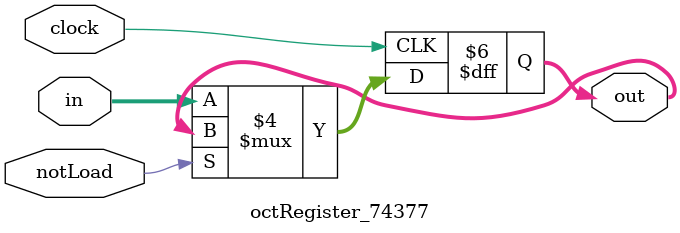
<source format=v>
`ifndef OCT_REGISTER_74377_INCLUDED
`define OCT_REGISTER_74377_INCLUDED

module octRegister_74377(clock, notLoad, in, out);
	input clock, notLoad;
	input [7:0] in;
	output [7:0] out;
	reg [7:0] out;

	always @ (posedge clock)
	if (~notLoad) begin
		#(35+15) out = in;
	end

endmodule

`endif

</source>
